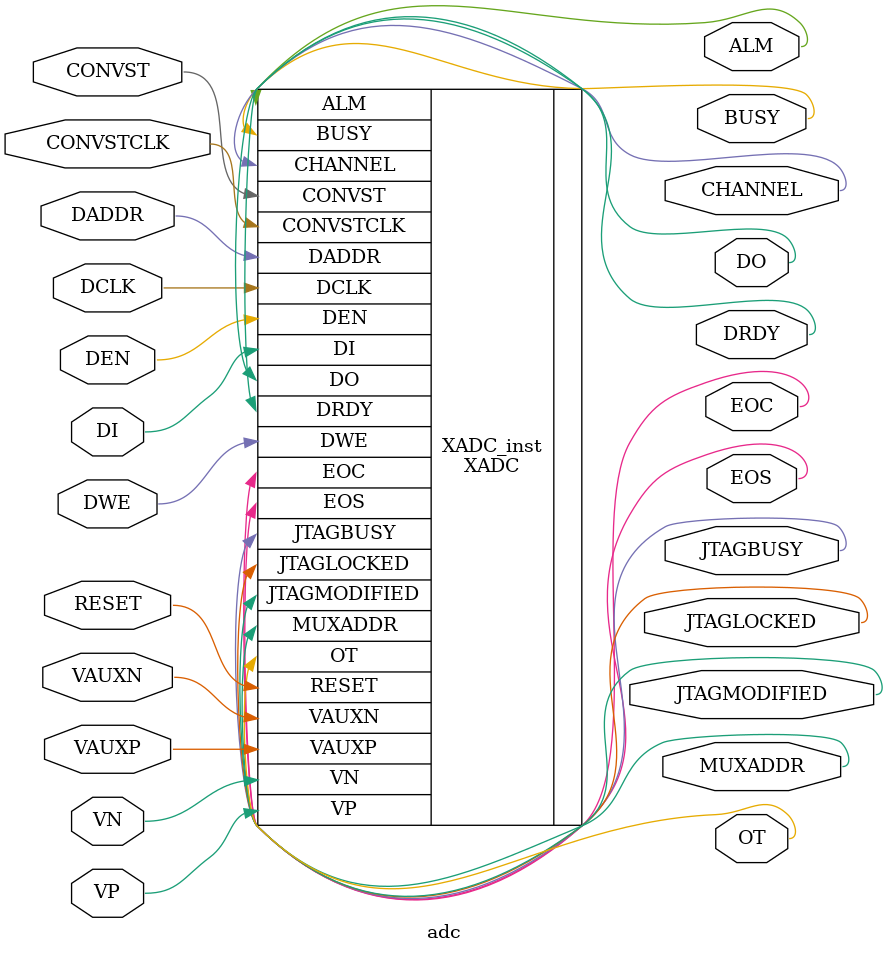
<source format=v>
module adc(input DADDR, input DCLK, input DEN, input DI , input DWE, input VP, input VN, input RESET,input CONVSTCLK, input CONVST, input VAUXP, input VAUXN,
output ALM, output OT, output DRDY, output DO, output BUSY , output CHANNEL , output EOC, output EOS , output JTAGBUSY , output JTAGLOCKED , output JTAGMODIFIED , output MUXADDR
);
// XADC: Dual 12-Bit 1MSPS Analog-to-Digital Converter
//       7 Series
// Xilinx HDL Language Template, version 2021.2

XADC #(
   // INIT_40 - INIT_42: XADC configuration registers
   .INIT_40(16'h0000),
   .INIT_41(16'h0000),
   .INIT_42(16'h0800),
   // INIT_48 - INIT_4F: Sequence Registers
   .INIT_48(16'h0000),
   .INIT_49(16'h0000),
   .INIT_4A(16'h0000),
   .INIT_4B(16'h0000),
   .INIT_4C(16'h0000),
   .INIT_4D(16'h0000),
   .INIT_4F(16'h0000),
   .INIT_4E(16'h0000),                // Sequence register 6
   // INIT_50 - INIT_58, INIT5C: Alarm Limit Registers
   .INIT_50(16'h0000),
   .INIT_51(16'h0000),
   .INIT_52(16'h0000),
   .INIT_53(16'h0000),
   .INIT_54(16'h0000),
   .INIT_55(16'h0000),
   .INIT_56(16'h0000),
   .INIT_57(16'h0000),
   .INIT_58(16'h0000),
   .INIT_5C(16'h0000),
   // Simulation attributes: Set for proper simulation behavior
   .SIM_DEVICE("7SERIES"),            // Select target device (values)
   .SIM_MONITOR_FILE("design.txt")  // Analog simulation data file name
)
XADC_inst (
   // ALARMS: 8-bit (each) output: ALM, OT
   .ALM(ALM),                   // 8-bit output: Output alarm for temp, Vccint, Vccaux and Vccbram
   .OT(OT),                     // 1-bit output: Over-Temperature alarm
   // Dynamic Reconfiguration Port (DRP): 16-bit (each) output: Dynamic Reconfiguration Ports
   .DO(DO),                     // 16-bit output: DRP output data bus
   .DRDY(DRDY),                 // 1-bit output: DRP data ready
   // STATUS: 1-bit (each) output: XADC status ports
   .BUSY(BUSY),                 // 1-bit output: ADC busy output
   .CHANNEL(CHANNEL),           // 5-bit output: Channel selection outputs
   .EOC(EOC),                   // 1-bit output: End of Conversion
   .EOS(EOS),                   // 1-bit output: End of Sequence
   .JTAGBUSY(JTAGBUSY),         // 1-bit output: JTAG DRP transaction in progress output
   .JTAGLOCKED(JTAGLOCKED),     // 1-bit output: JTAG requested DRP port lock
   .JTAGMODIFIED(JTAGMODIFIED), // 1-bit output: JTAG Write to the DRP has occurred
   .MUXADDR(MUXADDR),           // 5-bit output: External MUX channel decode
   // Auxiliary Analog-Input Pairs: 16-bit (each) input: VAUXP[15:0], VAUXN[15:0]
   .VAUXN(VAUXN),               // 16-bit input: N-side auxiliary analog input
   .VAUXP(VAUXP),               // 16-bit input: P-side auxiliary analog input
   // CONTROL and CLOCK: 1-bit (each) input: Reset, conversion start and clock inputs
   .CONVST(CONVST),             // 1-bit input: Convert start input
   .CONVSTCLK(CONVSTCLK),       // 1-bit input: Convert start input
   .RESET(RESET),               // 1-bit input: Active-high reset
   // Dedicated Analog Input Pair: 1-bit (each) input: VP/VN
   .VN(VN),                     // 1-bit input: N-side analog input
   .VP(VP),                     // 1-bit input: P-side analog input
   // Dynamic Reconfiguration Port (DRP): 7-bit (each) input: Dynamic Reconfiguration Ports
   .DADDR(DADDR),               // 7-bit input: DRP address bus
   .DCLK(DCLK),                 // 1-bit input: DRP clock
   .DEN(DEN),                   // 1-bit input: DRP enable signal
   .DI(DI),                     // 16-bit input: DRP input data bus
   .DWE(DWE)                    // 1-bit input: DRP write enable
);

// End of XADC_inst instantiation
endmodule 

</source>
